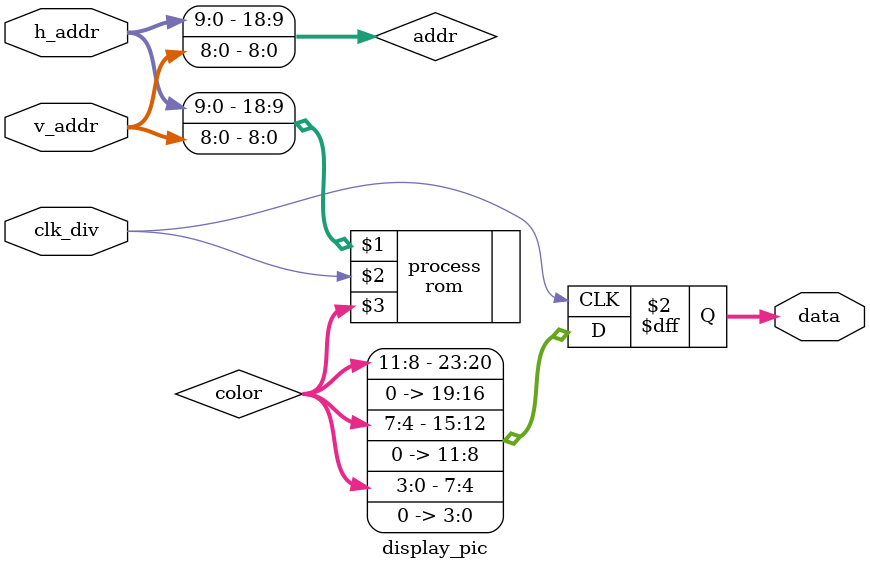
<source format=v>
module display_pic(
	input clk_div,
	input [9:0] h_addr,
	input [9:0] v_addr,
	output reg [23:0] data
 );
 
 wire [11:0] color;
 wire [18:0] addr;
 
 assign addr={h_addr,v_addr[8:0]};
 
 rom process(addr,clk_div,color);
 
 always@(posedge clk_div)
 begin
		data[23:20]=color[11:8];
		data[19:16]=4'b0000;
		data[15:12]=color[7:4];
		data[11:8]=4'b0000;
		data[7:4]=color[3:0];
		data[3:0]=4'b0000;
 end
 
 endmodule
 
</source>
